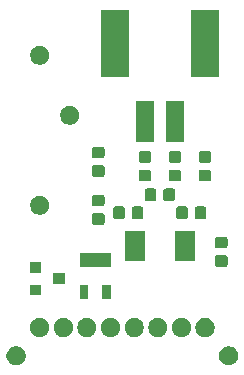
<source format=gbr>
G04 #@! TF.GenerationSoftware,KiCad,Pcbnew,5.1.5-52549c5~84~ubuntu18.04.1*
G04 #@! TF.CreationDate,2020-01-22T16:22:53-05:00*
G04 #@! TF.ProjectId,ATA,4154412e-6b69-4636-9164-5f7063625858,1.0*
G04 #@! TF.SameCoordinates,Original*
G04 #@! TF.FileFunction,Soldermask,Top*
G04 #@! TF.FilePolarity,Negative*
%FSLAX46Y46*%
G04 Gerber Fmt 4.6, Leading zero omitted, Abs format (unit mm)*
G04 Created by KiCad (PCBNEW 5.1.5-52549c5~84~ubuntu18.04.1) date 2020-01-22 16:22:53*
%MOMM*%
%LPD*%
G04 APERTURE LIST*
%ADD10C,0.100000*%
G04 APERTURE END LIST*
D10*
G36*
X155287142Y-101003242D02*
G01*
X155435101Y-101064529D01*
X155568255Y-101153499D01*
X155681501Y-101266745D01*
X155770471Y-101399899D01*
X155831758Y-101547858D01*
X155863000Y-101704925D01*
X155863000Y-101865075D01*
X155831758Y-102022142D01*
X155770471Y-102170101D01*
X155681501Y-102303255D01*
X155568255Y-102416501D01*
X155435101Y-102505471D01*
X155287142Y-102566758D01*
X155130075Y-102598000D01*
X154969925Y-102598000D01*
X154812858Y-102566758D01*
X154664899Y-102505471D01*
X154531745Y-102416501D01*
X154418499Y-102303255D01*
X154329529Y-102170101D01*
X154268242Y-102022142D01*
X154237000Y-101865075D01*
X154237000Y-101704925D01*
X154268242Y-101547858D01*
X154329529Y-101399899D01*
X154418499Y-101266745D01*
X154531745Y-101153499D01*
X154664899Y-101064529D01*
X154812858Y-101003242D01*
X154969925Y-100972000D01*
X155130075Y-100972000D01*
X155287142Y-101003242D01*
G37*
G36*
X137287142Y-101003242D02*
G01*
X137435101Y-101064529D01*
X137568255Y-101153499D01*
X137681501Y-101266745D01*
X137770471Y-101399899D01*
X137831758Y-101547858D01*
X137863000Y-101704925D01*
X137863000Y-101865075D01*
X137831758Y-102022142D01*
X137770471Y-102170101D01*
X137681501Y-102303255D01*
X137568255Y-102416501D01*
X137435101Y-102505471D01*
X137287142Y-102566758D01*
X137130075Y-102598000D01*
X136969925Y-102598000D01*
X136812858Y-102566758D01*
X136664899Y-102505471D01*
X136531745Y-102416501D01*
X136418499Y-102303255D01*
X136329529Y-102170101D01*
X136268242Y-102022142D01*
X136237000Y-101865075D01*
X136237000Y-101704925D01*
X136268242Y-101547858D01*
X136329529Y-101399899D01*
X136418499Y-101266745D01*
X136531745Y-101153499D01*
X136664899Y-101064529D01*
X136812858Y-101003242D01*
X136969925Y-100972000D01*
X137130075Y-100972000D01*
X137287142Y-101003242D01*
G37*
G36*
X147287142Y-98603242D02*
G01*
X147435101Y-98664529D01*
X147568255Y-98753499D01*
X147681501Y-98866745D01*
X147770471Y-98999899D01*
X147831758Y-99147858D01*
X147863000Y-99304925D01*
X147863000Y-99465075D01*
X147831758Y-99622142D01*
X147770471Y-99770101D01*
X147681501Y-99903255D01*
X147568255Y-100016501D01*
X147435101Y-100105471D01*
X147287142Y-100166758D01*
X147130075Y-100198000D01*
X146969925Y-100198000D01*
X146812858Y-100166758D01*
X146664899Y-100105471D01*
X146531745Y-100016501D01*
X146418499Y-99903255D01*
X146329529Y-99770101D01*
X146268242Y-99622142D01*
X146237000Y-99465075D01*
X146237000Y-99304925D01*
X146268242Y-99147858D01*
X146329529Y-98999899D01*
X146418499Y-98866745D01*
X146531745Y-98753499D01*
X146664899Y-98664529D01*
X146812858Y-98603242D01*
X146969925Y-98572000D01*
X147130075Y-98572000D01*
X147287142Y-98603242D01*
G37*
G36*
X153287142Y-98603242D02*
G01*
X153435101Y-98664529D01*
X153568255Y-98753499D01*
X153681501Y-98866745D01*
X153770471Y-98999899D01*
X153831758Y-99147858D01*
X153863000Y-99304925D01*
X153863000Y-99465075D01*
X153831758Y-99622142D01*
X153770471Y-99770101D01*
X153681501Y-99903255D01*
X153568255Y-100016501D01*
X153435101Y-100105471D01*
X153287142Y-100166758D01*
X153130075Y-100198000D01*
X152969925Y-100198000D01*
X152812858Y-100166758D01*
X152664899Y-100105471D01*
X152531745Y-100016501D01*
X152418499Y-99903255D01*
X152329529Y-99770101D01*
X152268242Y-99622142D01*
X152237000Y-99465075D01*
X152237000Y-99304925D01*
X152268242Y-99147858D01*
X152329529Y-98999899D01*
X152418499Y-98866745D01*
X152531745Y-98753499D01*
X152664899Y-98664529D01*
X152812858Y-98603242D01*
X152969925Y-98572000D01*
X153130075Y-98572000D01*
X153287142Y-98603242D01*
G37*
G36*
X139287142Y-98603242D02*
G01*
X139435101Y-98664529D01*
X139568255Y-98753499D01*
X139681501Y-98866745D01*
X139770471Y-98999899D01*
X139831758Y-99147858D01*
X139863000Y-99304925D01*
X139863000Y-99465075D01*
X139831758Y-99622142D01*
X139770471Y-99770101D01*
X139681501Y-99903255D01*
X139568255Y-100016501D01*
X139435101Y-100105471D01*
X139287142Y-100166758D01*
X139130075Y-100198000D01*
X138969925Y-100198000D01*
X138812858Y-100166758D01*
X138664899Y-100105471D01*
X138531745Y-100016501D01*
X138418499Y-99903255D01*
X138329529Y-99770101D01*
X138268242Y-99622142D01*
X138237000Y-99465075D01*
X138237000Y-99304925D01*
X138268242Y-99147858D01*
X138329529Y-98999899D01*
X138418499Y-98866745D01*
X138531745Y-98753499D01*
X138664899Y-98664529D01*
X138812858Y-98603242D01*
X138969925Y-98572000D01*
X139130075Y-98572000D01*
X139287142Y-98603242D01*
G37*
G36*
X151287142Y-98603242D02*
G01*
X151435101Y-98664529D01*
X151568255Y-98753499D01*
X151681501Y-98866745D01*
X151770471Y-98999899D01*
X151831758Y-99147858D01*
X151863000Y-99304925D01*
X151863000Y-99465075D01*
X151831758Y-99622142D01*
X151770471Y-99770101D01*
X151681501Y-99903255D01*
X151568255Y-100016501D01*
X151435101Y-100105471D01*
X151287142Y-100166758D01*
X151130075Y-100198000D01*
X150969925Y-100198000D01*
X150812858Y-100166758D01*
X150664899Y-100105471D01*
X150531745Y-100016501D01*
X150418499Y-99903255D01*
X150329529Y-99770101D01*
X150268242Y-99622142D01*
X150237000Y-99465075D01*
X150237000Y-99304925D01*
X150268242Y-99147858D01*
X150329529Y-98999899D01*
X150418499Y-98866745D01*
X150531745Y-98753499D01*
X150664899Y-98664529D01*
X150812858Y-98603242D01*
X150969925Y-98572000D01*
X151130075Y-98572000D01*
X151287142Y-98603242D01*
G37*
G36*
X141287142Y-98603242D02*
G01*
X141435101Y-98664529D01*
X141568255Y-98753499D01*
X141681501Y-98866745D01*
X141770471Y-98999899D01*
X141831758Y-99147858D01*
X141863000Y-99304925D01*
X141863000Y-99465075D01*
X141831758Y-99622142D01*
X141770471Y-99770101D01*
X141681501Y-99903255D01*
X141568255Y-100016501D01*
X141435101Y-100105471D01*
X141287142Y-100166758D01*
X141130075Y-100198000D01*
X140969925Y-100198000D01*
X140812858Y-100166758D01*
X140664899Y-100105471D01*
X140531745Y-100016501D01*
X140418499Y-99903255D01*
X140329529Y-99770101D01*
X140268242Y-99622142D01*
X140237000Y-99465075D01*
X140237000Y-99304925D01*
X140268242Y-99147858D01*
X140329529Y-98999899D01*
X140418499Y-98866745D01*
X140531745Y-98753499D01*
X140664899Y-98664529D01*
X140812858Y-98603242D01*
X140969925Y-98572000D01*
X141130075Y-98572000D01*
X141287142Y-98603242D01*
G37*
G36*
X149287142Y-98603242D02*
G01*
X149435101Y-98664529D01*
X149568255Y-98753499D01*
X149681501Y-98866745D01*
X149770471Y-98999899D01*
X149831758Y-99147858D01*
X149863000Y-99304925D01*
X149863000Y-99465075D01*
X149831758Y-99622142D01*
X149770471Y-99770101D01*
X149681501Y-99903255D01*
X149568255Y-100016501D01*
X149435101Y-100105471D01*
X149287142Y-100166758D01*
X149130075Y-100198000D01*
X148969925Y-100198000D01*
X148812858Y-100166758D01*
X148664899Y-100105471D01*
X148531745Y-100016501D01*
X148418499Y-99903255D01*
X148329529Y-99770101D01*
X148268242Y-99622142D01*
X148237000Y-99465075D01*
X148237000Y-99304925D01*
X148268242Y-99147858D01*
X148329529Y-98999899D01*
X148418499Y-98866745D01*
X148531745Y-98753499D01*
X148664899Y-98664529D01*
X148812858Y-98603242D01*
X148969925Y-98572000D01*
X149130075Y-98572000D01*
X149287142Y-98603242D01*
G37*
G36*
X143287142Y-98603242D02*
G01*
X143435101Y-98664529D01*
X143568255Y-98753499D01*
X143681501Y-98866745D01*
X143770471Y-98999899D01*
X143831758Y-99147858D01*
X143863000Y-99304925D01*
X143863000Y-99465075D01*
X143831758Y-99622142D01*
X143770471Y-99770101D01*
X143681501Y-99903255D01*
X143568255Y-100016501D01*
X143435101Y-100105471D01*
X143287142Y-100166758D01*
X143130075Y-100198000D01*
X142969925Y-100198000D01*
X142812858Y-100166758D01*
X142664899Y-100105471D01*
X142531745Y-100016501D01*
X142418499Y-99903255D01*
X142329529Y-99770101D01*
X142268242Y-99622142D01*
X142237000Y-99465075D01*
X142237000Y-99304925D01*
X142268242Y-99147858D01*
X142329529Y-98999899D01*
X142418499Y-98866745D01*
X142531745Y-98753499D01*
X142664899Y-98664529D01*
X142812858Y-98603242D01*
X142969925Y-98572000D01*
X143130075Y-98572000D01*
X143287142Y-98603242D01*
G37*
G36*
X145287142Y-98603242D02*
G01*
X145435101Y-98664529D01*
X145568255Y-98753499D01*
X145681501Y-98866745D01*
X145770471Y-98999899D01*
X145831758Y-99147858D01*
X145863000Y-99304925D01*
X145863000Y-99465075D01*
X145831758Y-99622142D01*
X145770471Y-99770101D01*
X145681501Y-99903255D01*
X145568255Y-100016501D01*
X145435101Y-100105471D01*
X145287142Y-100166758D01*
X145130075Y-100198000D01*
X144969925Y-100198000D01*
X144812858Y-100166758D01*
X144664899Y-100105471D01*
X144531745Y-100016501D01*
X144418499Y-99903255D01*
X144329529Y-99770101D01*
X144268242Y-99622142D01*
X144237000Y-99465075D01*
X144237000Y-99304925D01*
X144268242Y-99147858D01*
X144329529Y-98999899D01*
X144418499Y-98866745D01*
X144531745Y-98753499D01*
X144664899Y-98664529D01*
X144812858Y-98603242D01*
X144969925Y-98572000D01*
X145130075Y-98572000D01*
X145287142Y-98603242D01*
G37*
G36*
X145084000Y-96941000D02*
G01*
X144344000Y-96941000D01*
X144344000Y-95751000D01*
X145084000Y-95751000D01*
X145084000Y-96941000D01*
G37*
G36*
X143184000Y-96941000D02*
G01*
X142444000Y-96941000D01*
X142444000Y-95751000D01*
X143184000Y-95751000D01*
X143184000Y-96941000D01*
G37*
G36*
X139201000Y-96651000D02*
G01*
X138199000Y-96651000D01*
X138199000Y-95749000D01*
X139201000Y-95749000D01*
X139201000Y-96651000D01*
G37*
G36*
X141201000Y-95701000D02*
G01*
X140199000Y-95701000D01*
X140199000Y-94799000D01*
X141201000Y-94799000D01*
X141201000Y-95701000D01*
G37*
G36*
X139201000Y-94751000D02*
G01*
X138199000Y-94751000D01*
X138199000Y-93849000D01*
X139201000Y-93849000D01*
X139201000Y-94751000D01*
G37*
G36*
X145084000Y-94241000D02*
G01*
X142444000Y-94241000D01*
X142444000Y-93051000D01*
X145084000Y-93051000D01*
X145084000Y-94241000D01*
G37*
G36*
X154811591Y-93267085D02*
G01*
X154845569Y-93277393D01*
X154876890Y-93294134D01*
X154904339Y-93316661D01*
X154926866Y-93344110D01*
X154943607Y-93375431D01*
X154953915Y-93409409D01*
X154958000Y-93450890D01*
X154958000Y-94052110D01*
X154953915Y-94093591D01*
X154943607Y-94127569D01*
X154926866Y-94158890D01*
X154904339Y-94186339D01*
X154876890Y-94208866D01*
X154845569Y-94225607D01*
X154811591Y-94235915D01*
X154770110Y-94240000D01*
X154093890Y-94240000D01*
X154052409Y-94235915D01*
X154018431Y-94225607D01*
X153987110Y-94208866D01*
X153959661Y-94186339D01*
X153937134Y-94158890D01*
X153920393Y-94127569D01*
X153910085Y-94093591D01*
X153906000Y-94052110D01*
X153906000Y-93450890D01*
X153910085Y-93409409D01*
X153920393Y-93375431D01*
X153937134Y-93344110D01*
X153959661Y-93316661D01*
X153987110Y-93294134D01*
X154018431Y-93277393D01*
X154052409Y-93267085D01*
X154093890Y-93263000D01*
X154770110Y-93263000D01*
X154811591Y-93267085D01*
G37*
G36*
X147905051Y-91182284D02*
G01*
X147921443Y-91187257D01*
X147936555Y-91195334D01*
X147949798Y-91206202D01*
X147960666Y-91219445D01*
X147968743Y-91234557D01*
X147973716Y-91250949D01*
X147976000Y-91274141D01*
X147976000Y-91687859D01*
X147973716Y-91711051D01*
X147968742Y-91727446D01*
X147958249Y-91747078D01*
X147948872Y-91769717D01*
X147944092Y-91793750D01*
X147944092Y-91818254D01*
X147948873Y-91842287D01*
X147958249Y-91864922D01*
X147968742Y-91884554D01*
X147973716Y-91900949D01*
X147976000Y-91924141D01*
X147976000Y-92337859D01*
X147973716Y-92361051D01*
X147968742Y-92377446D01*
X147958249Y-92397078D01*
X147948872Y-92419717D01*
X147944092Y-92443750D01*
X147944092Y-92468254D01*
X147948873Y-92492287D01*
X147958249Y-92514922D01*
X147968742Y-92534554D01*
X147973716Y-92550949D01*
X147976000Y-92574141D01*
X147976000Y-92987859D01*
X147973716Y-93011051D01*
X147968742Y-93027446D01*
X147958249Y-93047078D01*
X147948872Y-93069717D01*
X147944092Y-93093750D01*
X147944092Y-93118254D01*
X147948873Y-93142287D01*
X147958249Y-93164922D01*
X147968742Y-93184554D01*
X147973716Y-93200949D01*
X147976000Y-93224141D01*
X147976000Y-93637859D01*
X147973716Y-93661051D01*
X147968743Y-93677443D01*
X147960666Y-93692555D01*
X147949798Y-93705798D01*
X147936555Y-93716666D01*
X147921443Y-93724743D01*
X147905051Y-93729716D01*
X147881859Y-93732000D01*
X146343141Y-93732000D01*
X146319949Y-93729716D01*
X146303557Y-93724743D01*
X146288445Y-93716666D01*
X146275202Y-93705798D01*
X146264334Y-93692555D01*
X146256257Y-93677443D01*
X146251284Y-93661051D01*
X146249000Y-93637859D01*
X146249000Y-93224141D01*
X146251284Y-93200949D01*
X146256258Y-93184554D01*
X146266751Y-93164922D01*
X146276128Y-93142283D01*
X146280908Y-93118250D01*
X146280908Y-93093746D01*
X146276127Y-93069713D01*
X146266751Y-93047078D01*
X146256258Y-93027446D01*
X146251284Y-93011051D01*
X146249000Y-92987859D01*
X146249000Y-92574141D01*
X146251284Y-92550949D01*
X146256258Y-92534554D01*
X146266751Y-92514922D01*
X146276128Y-92492283D01*
X146280908Y-92468250D01*
X146280908Y-92443746D01*
X146276127Y-92419713D01*
X146266751Y-92397078D01*
X146256258Y-92377446D01*
X146251284Y-92361051D01*
X146249000Y-92337859D01*
X146249000Y-91924141D01*
X146251284Y-91900949D01*
X146256258Y-91884554D01*
X146266751Y-91864922D01*
X146276128Y-91842283D01*
X146280908Y-91818250D01*
X146280908Y-91793746D01*
X146276127Y-91769713D01*
X146266751Y-91747078D01*
X146256258Y-91727446D01*
X146251284Y-91711051D01*
X146249000Y-91687859D01*
X146249000Y-91274141D01*
X146251284Y-91250949D01*
X146256257Y-91234557D01*
X146264334Y-91219445D01*
X146275202Y-91206202D01*
X146288445Y-91195334D01*
X146303557Y-91187257D01*
X146319949Y-91182284D01*
X146343141Y-91180000D01*
X147881859Y-91180000D01*
X147905051Y-91182284D01*
G37*
G36*
X152130051Y-91182284D02*
G01*
X152146443Y-91187257D01*
X152161555Y-91195334D01*
X152174798Y-91206202D01*
X152185666Y-91219445D01*
X152193743Y-91234557D01*
X152198716Y-91250949D01*
X152201000Y-91274141D01*
X152201000Y-91687859D01*
X152198716Y-91711051D01*
X152193742Y-91727446D01*
X152183249Y-91747078D01*
X152173872Y-91769717D01*
X152169092Y-91793750D01*
X152169092Y-91818254D01*
X152173873Y-91842287D01*
X152183249Y-91864922D01*
X152193742Y-91884554D01*
X152198716Y-91900949D01*
X152201000Y-91924141D01*
X152201000Y-92337859D01*
X152198716Y-92361051D01*
X152193742Y-92377446D01*
X152183249Y-92397078D01*
X152173872Y-92419717D01*
X152169092Y-92443750D01*
X152169092Y-92468254D01*
X152173873Y-92492287D01*
X152183249Y-92514922D01*
X152193742Y-92534554D01*
X152198716Y-92550949D01*
X152201000Y-92574141D01*
X152201000Y-92987859D01*
X152198716Y-93011051D01*
X152193742Y-93027446D01*
X152183249Y-93047078D01*
X152173872Y-93069717D01*
X152169092Y-93093750D01*
X152169092Y-93118254D01*
X152173873Y-93142287D01*
X152183249Y-93164922D01*
X152193742Y-93184554D01*
X152198716Y-93200949D01*
X152201000Y-93224141D01*
X152201000Y-93637859D01*
X152198716Y-93661051D01*
X152193743Y-93677443D01*
X152185666Y-93692555D01*
X152174798Y-93705798D01*
X152161555Y-93716666D01*
X152146443Y-93724743D01*
X152130051Y-93729716D01*
X152106859Y-93732000D01*
X150568141Y-93732000D01*
X150544949Y-93729716D01*
X150528557Y-93724743D01*
X150513445Y-93716666D01*
X150500202Y-93705798D01*
X150489334Y-93692555D01*
X150481257Y-93677443D01*
X150476284Y-93661051D01*
X150474000Y-93637859D01*
X150474000Y-93224141D01*
X150476284Y-93200949D01*
X150481258Y-93184554D01*
X150491751Y-93164922D01*
X150501128Y-93142283D01*
X150505908Y-93118250D01*
X150505908Y-93093746D01*
X150501127Y-93069713D01*
X150491751Y-93047078D01*
X150481258Y-93027446D01*
X150476284Y-93011051D01*
X150474000Y-92987859D01*
X150474000Y-92574141D01*
X150476284Y-92550949D01*
X150481258Y-92534554D01*
X150491751Y-92514922D01*
X150501128Y-92492283D01*
X150505908Y-92468250D01*
X150505908Y-92443746D01*
X150501127Y-92419713D01*
X150491751Y-92397078D01*
X150481258Y-92377446D01*
X150476284Y-92361051D01*
X150474000Y-92337859D01*
X150474000Y-91924141D01*
X150476284Y-91900949D01*
X150481258Y-91884554D01*
X150491751Y-91864922D01*
X150501128Y-91842283D01*
X150505908Y-91818250D01*
X150505908Y-91793746D01*
X150501127Y-91769713D01*
X150491751Y-91747078D01*
X150481258Y-91727446D01*
X150476284Y-91711051D01*
X150474000Y-91687859D01*
X150474000Y-91274141D01*
X150476284Y-91250949D01*
X150481257Y-91234557D01*
X150489334Y-91219445D01*
X150500202Y-91206202D01*
X150513445Y-91195334D01*
X150528557Y-91187257D01*
X150544949Y-91182284D01*
X150568141Y-91180000D01*
X152106859Y-91180000D01*
X152130051Y-91182284D01*
G37*
G36*
X154811591Y-91692085D02*
G01*
X154845569Y-91702393D01*
X154876890Y-91719134D01*
X154904339Y-91741661D01*
X154926866Y-91769110D01*
X154943607Y-91800431D01*
X154953915Y-91834409D01*
X154958000Y-91875890D01*
X154958000Y-92477110D01*
X154953915Y-92518591D01*
X154943607Y-92552569D01*
X154926866Y-92583890D01*
X154904339Y-92611339D01*
X154876890Y-92633866D01*
X154845569Y-92650607D01*
X154811591Y-92660915D01*
X154770110Y-92665000D01*
X154093890Y-92665000D01*
X154052409Y-92660915D01*
X154018431Y-92650607D01*
X153987110Y-92633866D01*
X153959661Y-92611339D01*
X153937134Y-92583890D01*
X153920393Y-92552569D01*
X153910085Y-92518591D01*
X153906000Y-92477110D01*
X153906000Y-91875890D01*
X153910085Y-91834409D01*
X153920393Y-91800431D01*
X153937134Y-91769110D01*
X153959661Y-91741661D01*
X153987110Y-91719134D01*
X154018431Y-91702393D01*
X154052409Y-91692085D01*
X154093890Y-91688000D01*
X154770110Y-91688000D01*
X154811591Y-91692085D01*
G37*
G36*
X144397591Y-89711085D02*
G01*
X144431569Y-89721393D01*
X144462890Y-89738134D01*
X144490339Y-89760661D01*
X144512866Y-89788110D01*
X144529607Y-89819431D01*
X144539915Y-89853409D01*
X144544000Y-89894890D01*
X144544000Y-90496110D01*
X144539915Y-90537591D01*
X144529607Y-90571569D01*
X144512866Y-90602890D01*
X144490339Y-90630339D01*
X144462890Y-90652866D01*
X144431569Y-90669607D01*
X144397591Y-90679915D01*
X144356110Y-90684000D01*
X143679890Y-90684000D01*
X143638409Y-90679915D01*
X143604431Y-90669607D01*
X143573110Y-90652866D01*
X143545661Y-90630339D01*
X143523134Y-90602890D01*
X143506393Y-90571569D01*
X143496085Y-90537591D01*
X143492000Y-90496110D01*
X143492000Y-89894890D01*
X143496085Y-89853409D01*
X143506393Y-89819431D01*
X143523134Y-89788110D01*
X143545661Y-89760661D01*
X143573110Y-89738134D01*
X143604431Y-89721393D01*
X143638409Y-89711085D01*
X143679890Y-89707000D01*
X144356110Y-89707000D01*
X144397591Y-89711085D01*
G37*
G36*
X153021591Y-89140085D02*
G01*
X153055569Y-89150393D01*
X153086890Y-89167134D01*
X153114339Y-89189661D01*
X153136866Y-89217110D01*
X153153607Y-89248431D01*
X153163915Y-89282409D01*
X153168000Y-89323890D01*
X153168000Y-90000110D01*
X153163915Y-90041591D01*
X153153607Y-90075569D01*
X153136866Y-90106890D01*
X153114339Y-90134339D01*
X153086890Y-90156866D01*
X153055569Y-90173607D01*
X153021591Y-90183915D01*
X152980110Y-90188000D01*
X152378890Y-90188000D01*
X152337409Y-90183915D01*
X152303431Y-90173607D01*
X152272110Y-90156866D01*
X152244661Y-90134339D01*
X152222134Y-90106890D01*
X152205393Y-90075569D01*
X152195085Y-90041591D01*
X152191000Y-90000110D01*
X152191000Y-89323890D01*
X152195085Y-89282409D01*
X152205393Y-89248431D01*
X152222134Y-89217110D01*
X152244661Y-89189661D01*
X152272110Y-89167134D01*
X152303431Y-89150393D01*
X152337409Y-89140085D01*
X152378890Y-89136000D01*
X152980110Y-89136000D01*
X153021591Y-89140085D01*
G37*
G36*
X146112591Y-89140085D02*
G01*
X146146569Y-89150393D01*
X146177890Y-89167134D01*
X146205339Y-89189661D01*
X146227866Y-89217110D01*
X146244607Y-89248431D01*
X146254915Y-89282409D01*
X146259000Y-89323890D01*
X146259000Y-90000110D01*
X146254915Y-90041591D01*
X146244607Y-90075569D01*
X146227866Y-90106890D01*
X146205339Y-90134339D01*
X146177890Y-90156866D01*
X146146569Y-90173607D01*
X146112591Y-90183915D01*
X146071110Y-90188000D01*
X145469890Y-90188000D01*
X145428409Y-90183915D01*
X145394431Y-90173607D01*
X145363110Y-90156866D01*
X145335661Y-90134339D01*
X145313134Y-90106890D01*
X145296393Y-90075569D01*
X145286085Y-90041591D01*
X145282000Y-90000110D01*
X145282000Y-89323890D01*
X145286085Y-89282409D01*
X145296393Y-89248431D01*
X145313134Y-89217110D01*
X145335661Y-89189661D01*
X145363110Y-89167134D01*
X145394431Y-89150393D01*
X145428409Y-89140085D01*
X145469890Y-89136000D01*
X146071110Y-89136000D01*
X146112591Y-89140085D01*
G37*
G36*
X151446591Y-89140085D02*
G01*
X151480569Y-89150393D01*
X151511890Y-89167134D01*
X151539339Y-89189661D01*
X151561866Y-89217110D01*
X151578607Y-89248431D01*
X151588915Y-89282409D01*
X151593000Y-89323890D01*
X151593000Y-90000110D01*
X151588915Y-90041591D01*
X151578607Y-90075569D01*
X151561866Y-90106890D01*
X151539339Y-90134339D01*
X151511890Y-90156866D01*
X151480569Y-90173607D01*
X151446591Y-90183915D01*
X151405110Y-90188000D01*
X150803890Y-90188000D01*
X150762409Y-90183915D01*
X150728431Y-90173607D01*
X150697110Y-90156866D01*
X150669661Y-90134339D01*
X150647134Y-90106890D01*
X150630393Y-90075569D01*
X150620085Y-90041591D01*
X150616000Y-90000110D01*
X150616000Y-89323890D01*
X150620085Y-89282409D01*
X150630393Y-89248431D01*
X150647134Y-89217110D01*
X150669661Y-89189661D01*
X150697110Y-89167134D01*
X150728431Y-89150393D01*
X150762409Y-89140085D01*
X150803890Y-89136000D01*
X151405110Y-89136000D01*
X151446591Y-89140085D01*
G37*
G36*
X147687591Y-89140085D02*
G01*
X147721569Y-89150393D01*
X147752890Y-89167134D01*
X147780339Y-89189661D01*
X147802866Y-89217110D01*
X147819607Y-89248431D01*
X147829915Y-89282409D01*
X147834000Y-89323890D01*
X147834000Y-90000110D01*
X147829915Y-90041591D01*
X147819607Y-90075569D01*
X147802866Y-90106890D01*
X147780339Y-90134339D01*
X147752890Y-90156866D01*
X147721569Y-90173607D01*
X147687591Y-90183915D01*
X147646110Y-90188000D01*
X147044890Y-90188000D01*
X147003409Y-90183915D01*
X146969431Y-90173607D01*
X146938110Y-90156866D01*
X146910661Y-90134339D01*
X146888134Y-90106890D01*
X146871393Y-90075569D01*
X146861085Y-90041591D01*
X146857000Y-90000110D01*
X146857000Y-89323890D01*
X146861085Y-89282409D01*
X146871393Y-89248431D01*
X146888134Y-89217110D01*
X146910661Y-89189661D01*
X146938110Y-89167134D01*
X146969431Y-89150393D01*
X147003409Y-89140085D01*
X147044890Y-89136000D01*
X147646110Y-89136000D01*
X147687591Y-89140085D01*
G37*
G36*
X139302142Y-88245242D02*
G01*
X139450101Y-88306529D01*
X139583255Y-88395499D01*
X139696501Y-88508745D01*
X139785471Y-88641899D01*
X139846758Y-88789858D01*
X139878000Y-88946925D01*
X139878000Y-89107075D01*
X139846758Y-89264142D01*
X139785471Y-89412101D01*
X139696501Y-89545255D01*
X139583255Y-89658501D01*
X139450101Y-89747471D01*
X139302142Y-89808758D01*
X139145075Y-89840000D01*
X138984925Y-89840000D01*
X138827858Y-89808758D01*
X138679899Y-89747471D01*
X138546745Y-89658501D01*
X138433499Y-89545255D01*
X138344529Y-89412101D01*
X138283242Y-89264142D01*
X138252000Y-89107075D01*
X138252000Y-88946925D01*
X138283242Y-88789858D01*
X138344529Y-88641899D01*
X138433499Y-88508745D01*
X138546745Y-88395499D01*
X138679899Y-88306529D01*
X138827858Y-88245242D01*
X138984925Y-88214000D01*
X139145075Y-88214000D01*
X139302142Y-88245242D01*
G37*
G36*
X144397591Y-88136085D02*
G01*
X144431569Y-88146393D01*
X144462890Y-88163134D01*
X144490339Y-88185661D01*
X144512866Y-88213110D01*
X144529607Y-88244431D01*
X144539915Y-88278409D01*
X144544000Y-88319890D01*
X144544000Y-88921110D01*
X144539915Y-88962591D01*
X144529607Y-88996569D01*
X144512866Y-89027890D01*
X144490339Y-89055339D01*
X144462890Y-89077866D01*
X144431569Y-89094607D01*
X144397591Y-89104915D01*
X144356110Y-89109000D01*
X143679890Y-89109000D01*
X143638409Y-89104915D01*
X143604431Y-89094607D01*
X143573110Y-89077866D01*
X143545661Y-89055339D01*
X143523134Y-89027890D01*
X143506393Y-88996569D01*
X143496085Y-88962591D01*
X143492000Y-88921110D01*
X143492000Y-88319890D01*
X143496085Y-88278409D01*
X143506393Y-88244431D01*
X143523134Y-88213110D01*
X143545661Y-88185661D01*
X143573110Y-88163134D01*
X143604431Y-88146393D01*
X143638409Y-88136085D01*
X143679890Y-88132000D01*
X144356110Y-88132000D01*
X144397591Y-88136085D01*
G37*
G36*
X150354591Y-87616085D02*
G01*
X150388569Y-87626393D01*
X150419890Y-87643134D01*
X150447339Y-87665661D01*
X150469866Y-87693110D01*
X150486607Y-87724431D01*
X150496915Y-87758409D01*
X150501000Y-87799890D01*
X150501000Y-88476110D01*
X150496915Y-88517591D01*
X150486607Y-88551569D01*
X150469866Y-88582890D01*
X150447339Y-88610339D01*
X150419890Y-88632866D01*
X150388569Y-88649607D01*
X150354591Y-88659915D01*
X150313110Y-88664000D01*
X149711890Y-88664000D01*
X149670409Y-88659915D01*
X149636431Y-88649607D01*
X149605110Y-88632866D01*
X149577661Y-88610339D01*
X149555134Y-88582890D01*
X149538393Y-88551569D01*
X149528085Y-88517591D01*
X149524000Y-88476110D01*
X149524000Y-87799890D01*
X149528085Y-87758409D01*
X149538393Y-87724431D01*
X149555134Y-87693110D01*
X149577661Y-87665661D01*
X149605110Y-87643134D01*
X149636431Y-87626393D01*
X149670409Y-87616085D01*
X149711890Y-87612000D01*
X150313110Y-87612000D01*
X150354591Y-87616085D01*
G37*
G36*
X148779591Y-87616085D02*
G01*
X148813569Y-87626393D01*
X148844890Y-87643134D01*
X148872339Y-87665661D01*
X148894866Y-87693110D01*
X148911607Y-87724431D01*
X148921915Y-87758409D01*
X148926000Y-87799890D01*
X148926000Y-88476110D01*
X148921915Y-88517591D01*
X148911607Y-88551569D01*
X148894866Y-88582890D01*
X148872339Y-88610339D01*
X148844890Y-88632866D01*
X148813569Y-88649607D01*
X148779591Y-88659915D01*
X148738110Y-88664000D01*
X148136890Y-88664000D01*
X148095409Y-88659915D01*
X148061431Y-88649607D01*
X148030110Y-88632866D01*
X148002661Y-88610339D01*
X147980134Y-88582890D01*
X147963393Y-88551569D01*
X147953085Y-88517591D01*
X147949000Y-88476110D01*
X147949000Y-87799890D01*
X147953085Y-87758409D01*
X147963393Y-87724431D01*
X147980134Y-87693110D01*
X148002661Y-87665661D01*
X148030110Y-87643134D01*
X148061431Y-87626393D01*
X148095409Y-87616085D01*
X148136890Y-87612000D01*
X148738110Y-87612000D01*
X148779591Y-87616085D01*
G37*
G36*
X150874591Y-86028085D02*
G01*
X150908569Y-86038393D01*
X150939890Y-86055134D01*
X150967339Y-86077661D01*
X150989866Y-86105110D01*
X151006607Y-86136431D01*
X151016915Y-86170409D01*
X151021000Y-86211890D01*
X151021000Y-86813110D01*
X151016915Y-86854591D01*
X151006607Y-86888569D01*
X150989866Y-86919890D01*
X150967339Y-86947339D01*
X150939890Y-86969866D01*
X150908569Y-86986607D01*
X150874591Y-86996915D01*
X150833110Y-87001000D01*
X150156890Y-87001000D01*
X150115409Y-86996915D01*
X150081431Y-86986607D01*
X150050110Y-86969866D01*
X150022661Y-86947339D01*
X150000134Y-86919890D01*
X149983393Y-86888569D01*
X149973085Y-86854591D01*
X149969000Y-86813110D01*
X149969000Y-86211890D01*
X149973085Y-86170409D01*
X149983393Y-86136431D01*
X150000134Y-86105110D01*
X150022661Y-86077661D01*
X150050110Y-86055134D01*
X150081431Y-86038393D01*
X150115409Y-86028085D01*
X150156890Y-86024000D01*
X150833110Y-86024000D01*
X150874591Y-86028085D01*
G37*
G36*
X148334591Y-86028085D02*
G01*
X148368569Y-86038393D01*
X148399890Y-86055134D01*
X148427339Y-86077661D01*
X148449866Y-86105110D01*
X148466607Y-86136431D01*
X148476915Y-86170409D01*
X148481000Y-86211890D01*
X148481000Y-86813110D01*
X148476915Y-86854591D01*
X148466607Y-86888569D01*
X148449866Y-86919890D01*
X148427339Y-86947339D01*
X148399890Y-86969866D01*
X148368569Y-86986607D01*
X148334591Y-86996915D01*
X148293110Y-87001000D01*
X147616890Y-87001000D01*
X147575409Y-86996915D01*
X147541431Y-86986607D01*
X147510110Y-86969866D01*
X147482661Y-86947339D01*
X147460134Y-86919890D01*
X147443393Y-86888569D01*
X147433085Y-86854591D01*
X147429000Y-86813110D01*
X147429000Y-86211890D01*
X147433085Y-86170409D01*
X147443393Y-86136431D01*
X147460134Y-86105110D01*
X147482661Y-86077661D01*
X147510110Y-86055134D01*
X147541431Y-86038393D01*
X147575409Y-86028085D01*
X147616890Y-86024000D01*
X148293110Y-86024000D01*
X148334591Y-86028085D01*
G37*
G36*
X153414591Y-86028085D02*
G01*
X153448569Y-86038393D01*
X153479890Y-86055134D01*
X153507339Y-86077661D01*
X153529866Y-86105110D01*
X153546607Y-86136431D01*
X153556915Y-86170409D01*
X153561000Y-86211890D01*
X153561000Y-86813110D01*
X153556915Y-86854591D01*
X153546607Y-86888569D01*
X153529866Y-86919890D01*
X153507339Y-86947339D01*
X153479890Y-86969866D01*
X153448569Y-86986607D01*
X153414591Y-86996915D01*
X153373110Y-87001000D01*
X152696890Y-87001000D01*
X152655409Y-86996915D01*
X152621431Y-86986607D01*
X152590110Y-86969866D01*
X152562661Y-86947339D01*
X152540134Y-86919890D01*
X152523393Y-86888569D01*
X152513085Y-86854591D01*
X152509000Y-86813110D01*
X152509000Y-86211890D01*
X152513085Y-86170409D01*
X152523393Y-86136431D01*
X152540134Y-86105110D01*
X152562661Y-86077661D01*
X152590110Y-86055134D01*
X152621431Y-86038393D01*
X152655409Y-86028085D01*
X152696890Y-86024000D01*
X153373110Y-86024000D01*
X153414591Y-86028085D01*
G37*
G36*
X144397591Y-85647085D02*
G01*
X144431569Y-85657393D01*
X144462890Y-85674134D01*
X144490339Y-85696661D01*
X144512866Y-85724110D01*
X144529607Y-85755431D01*
X144539915Y-85789409D01*
X144544000Y-85830890D01*
X144544000Y-86432110D01*
X144539915Y-86473591D01*
X144529607Y-86507569D01*
X144512866Y-86538890D01*
X144490339Y-86566339D01*
X144462890Y-86588866D01*
X144431569Y-86605607D01*
X144397591Y-86615915D01*
X144356110Y-86620000D01*
X143679890Y-86620000D01*
X143638409Y-86615915D01*
X143604431Y-86605607D01*
X143573110Y-86588866D01*
X143545661Y-86566339D01*
X143523134Y-86538890D01*
X143506393Y-86507569D01*
X143496085Y-86473591D01*
X143492000Y-86432110D01*
X143492000Y-85830890D01*
X143496085Y-85789409D01*
X143506393Y-85755431D01*
X143523134Y-85724110D01*
X143545661Y-85696661D01*
X143573110Y-85674134D01*
X143604431Y-85657393D01*
X143638409Y-85647085D01*
X143679890Y-85643000D01*
X144356110Y-85643000D01*
X144397591Y-85647085D01*
G37*
G36*
X148334591Y-84453085D02*
G01*
X148368569Y-84463393D01*
X148399890Y-84480134D01*
X148427339Y-84502661D01*
X148449866Y-84530110D01*
X148466607Y-84561431D01*
X148476915Y-84595409D01*
X148481000Y-84636890D01*
X148481000Y-85238110D01*
X148476915Y-85279591D01*
X148466607Y-85313569D01*
X148449866Y-85344890D01*
X148427339Y-85372339D01*
X148399890Y-85394866D01*
X148368569Y-85411607D01*
X148334591Y-85421915D01*
X148293110Y-85426000D01*
X147616890Y-85426000D01*
X147575409Y-85421915D01*
X147541431Y-85411607D01*
X147510110Y-85394866D01*
X147482661Y-85372339D01*
X147460134Y-85344890D01*
X147443393Y-85313569D01*
X147433085Y-85279591D01*
X147429000Y-85238110D01*
X147429000Y-84636890D01*
X147433085Y-84595409D01*
X147443393Y-84561431D01*
X147460134Y-84530110D01*
X147482661Y-84502661D01*
X147510110Y-84480134D01*
X147541431Y-84463393D01*
X147575409Y-84453085D01*
X147616890Y-84449000D01*
X148293110Y-84449000D01*
X148334591Y-84453085D01*
G37*
G36*
X153414591Y-84453085D02*
G01*
X153448569Y-84463393D01*
X153479890Y-84480134D01*
X153507339Y-84502661D01*
X153529866Y-84530110D01*
X153546607Y-84561431D01*
X153556915Y-84595409D01*
X153561000Y-84636890D01*
X153561000Y-85238110D01*
X153556915Y-85279591D01*
X153546607Y-85313569D01*
X153529866Y-85344890D01*
X153507339Y-85372339D01*
X153479890Y-85394866D01*
X153448569Y-85411607D01*
X153414591Y-85421915D01*
X153373110Y-85426000D01*
X152696890Y-85426000D01*
X152655409Y-85421915D01*
X152621431Y-85411607D01*
X152590110Y-85394866D01*
X152562661Y-85372339D01*
X152540134Y-85344890D01*
X152523393Y-85313569D01*
X152513085Y-85279591D01*
X152509000Y-85238110D01*
X152509000Y-84636890D01*
X152513085Y-84595409D01*
X152523393Y-84561431D01*
X152540134Y-84530110D01*
X152562661Y-84502661D01*
X152590110Y-84480134D01*
X152621431Y-84463393D01*
X152655409Y-84453085D01*
X152696890Y-84449000D01*
X153373110Y-84449000D01*
X153414591Y-84453085D01*
G37*
G36*
X150874591Y-84453085D02*
G01*
X150908569Y-84463393D01*
X150939890Y-84480134D01*
X150967339Y-84502661D01*
X150989866Y-84530110D01*
X151006607Y-84561431D01*
X151016915Y-84595409D01*
X151021000Y-84636890D01*
X151021000Y-85238110D01*
X151016915Y-85279591D01*
X151006607Y-85313569D01*
X150989866Y-85344890D01*
X150967339Y-85372339D01*
X150939890Y-85394866D01*
X150908569Y-85411607D01*
X150874591Y-85421915D01*
X150833110Y-85426000D01*
X150156890Y-85426000D01*
X150115409Y-85421915D01*
X150081431Y-85411607D01*
X150050110Y-85394866D01*
X150022661Y-85372339D01*
X150000134Y-85344890D01*
X149983393Y-85313569D01*
X149973085Y-85279591D01*
X149969000Y-85238110D01*
X149969000Y-84636890D01*
X149973085Y-84595409D01*
X149983393Y-84561431D01*
X150000134Y-84530110D01*
X150022661Y-84502661D01*
X150050110Y-84480134D01*
X150081431Y-84463393D01*
X150115409Y-84453085D01*
X150156890Y-84449000D01*
X150833110Y-84449000D01*
X150874591Y-84453085D01*
G37*
G36*
X144397591Y-84072085D02*
G01*
X144431569Y-84082393D01*
X144462890Y-84099134D01*
X144490339Y-84121661D01*
X144512866Y-84149110D01*
X144529607Y-84180431D01*
X144539915Y-84214409D01*
X144544000Y-84255890D01*
X144544000Y-84857110D01*
X144539915Y-84898591D01*
X144529607Y-84932569D01*
X144512866Y-84963890D01*
X144490339Y-84991339D01*
X144462890Y-85013866D01*
X144431569Y-85030607D01*
X144397591Y-85040915D01*
X144356110Y-85045000D01*
X143679890Y-85045000D01*
X143638409Y-85040915D01*
X143604431Y-85030607D01*
X143573110Y-85013866D01*
X143545661Y-84991339D01*
X143523134Y-84963890D01*
X143506393Y-84932569D01*
X143496085Y-84898591D01*
X143492000Y-84857110D01*
X143492000Y-84255890D01*
X143496085Y-84214409D01*
X143506393Y-84180431D01*
X143523134Y-84149110D01*
X143545661Y-84121661D01*
X143573110Y-84099134D01*
X143604431Y-84082393D01*
X143638409Y-84072085D01*
X143679890Y-84068000D01*
X144356110Y-84068000D01*
X144397591Y-84072085D01*
G37*
G36*
X148746000Y-83666000D02*
G01*
X147244000Y-83666000D01*
X147244000Y-80164000D01*
X148746000Y-80164000D01*
X148746000Y-83666000D01*
G37*
G36*
X151246000Y-83666000D02*
G01*
X149744000Y-83666000D01*
X149744000Y-80164000D01*
X151246000Y-80164000D01*
X151246000Y-83666000D01*
G37*
G36*
X141842142Y-80625242D02*
G01*
X141990101Y-80686529D01*
X142123255Y-80775499D01*
X142236501Y-80888745D01*
X142325471Y-81021899D01*
X142386758Y-81169858D01*
X142418000Y-81326925D01*
X142418000Y-81487075D01*
X142386758Y-81644142D01*
X142325471Y-81792101D01*
X142236501Y-81925255D01*
X142123255Y-82038501D01*
X141990101Y-82127471D01*
X141842142Y-82188758D01*
X141685075Y-82220000D01*
X141524925Y-82220000D01*
X141367858Y-82188758D01*
X141219899Y-82127471D01*
X141086745Y-82038501D01*
X140973499Y-81925255D01*
X140884529Y-81792101D01*
X140823242Y-81644142D01*
X140792000Y-81487075D01*
X140792000Y-81326925D01*
X140823242Y-81169858D01*
X140884529Y-81021899D01*
X140973499Y-80888745D01*
X141086745Y-80775499D01*
X141219899Y-80686529D01*
X141367858Y-80625242D01*
X141524925Y-80594000D01*
X141685075Y-80594000D01*
X141842142Y-80625242D01*
G37*
G36*
X154246000Y-78166000D02*
G01*
X151844000Y-78166000D01*
X151844000Y-72464000D01*
X154246000Y-72464000D01*
X154246000Y-78166000D01*
G37*
G36*
X146646000Y-78166000D02*
G01*
X144244000Y-78166000D01*
X144244000Y-72464000D01*
X146646000Y-72464000D01*
X146646000Y-78166000D01*
G37*
G36*
X139302142Y-75545242D02*
G01*
X139450101Y-75606529D01*
X139583255Y-75695499D01*
X139696501Y-75808745D01*
X139785471Y-75941899D01*
X139846758Y-76089858D01*
X139878000Y-76246925D01*
X139878000Y-76407075D01*
X139846758Y-76564142D01*
X139785471Y-76712101D01*
X139696501Y-76845255D01*
X139583255Y-76958501D01*
X139450101Y-77047471D01*
X139302142Y-77108758D01*
X139145075Y-77140000D01*
X138984925Y-77140000D01*
X138827858Y-77108758D01*
X138679899Y-77047471D01*
X138546745Y-76958501D01*
X138433499Y-76845255D01*
X138344529Y-76712101D01*
X138283242Y-76564142D01*
X138252000Y-76407075D01*
X138252000Y-76246925D01*
X138283242Y-76089858D01*
X138344529Y-75941899D01*
X138433499Y-75808745D01*
X138546745Y-75695499D01*
X138679899Y-75606529D01*
X138827858Y-75545242D01*
X138984925Y-75514000D01*
X139145075Y-75514000D01*
X139302142Y-75545242D01*
G37*
M02*

</source>
